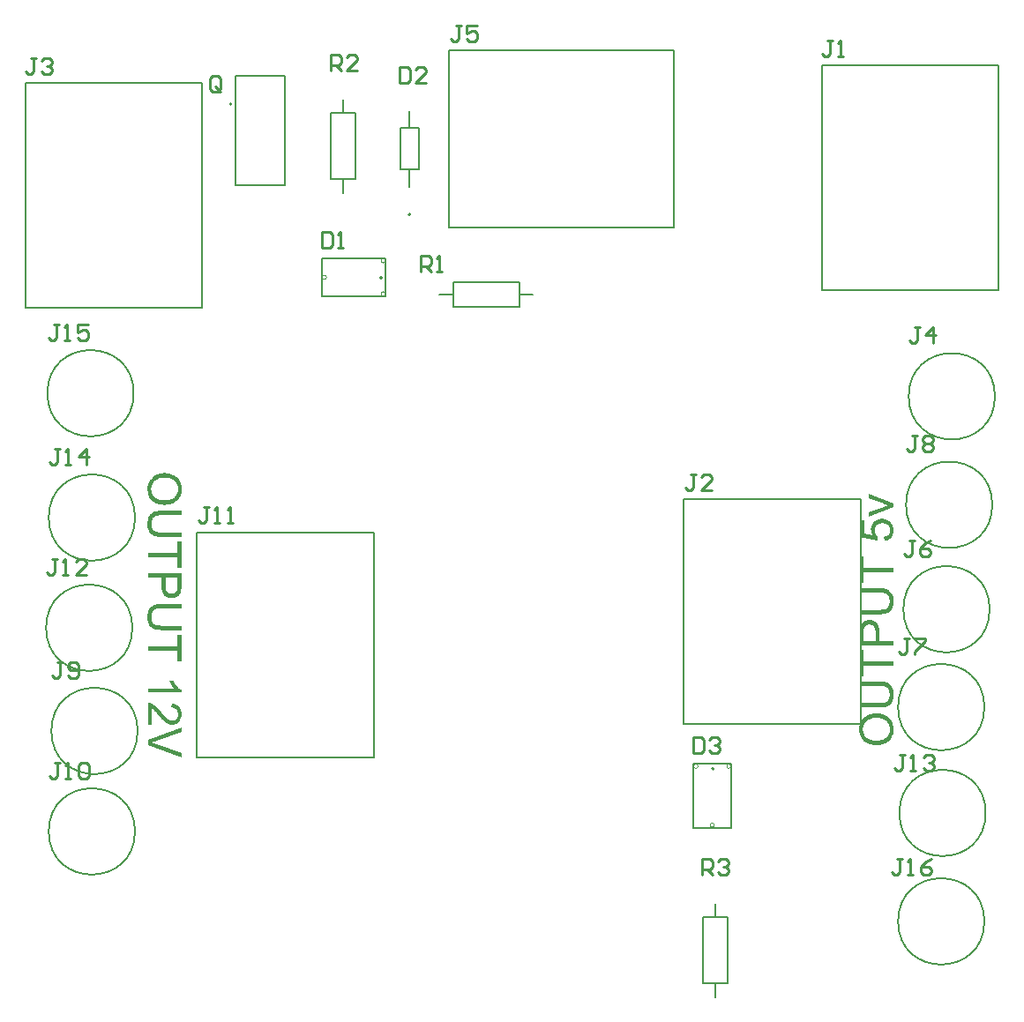
<source format=gto>
G04*
G04 #@! TF.GenerationSoftware,Altium Limited,Altium Designer,24.2.2 (26)*
G04*
G04 Layer_Color=65535*
%FSLAX44Y44*%
%MOMM*%
G71*
G04*
G04 #@! TF.SameCoordinates,7C6F70DD-8240-47E6-B7E4-941F69E807E0*
G04*
G04*
G04 #@! TF.FilePolarity,Positive*
G04*
G01*
G75*
%ADD10C,0.2000*%
%ADD11C,0.1000*%
%ADD12C,0.1270*%
%ADD13C,0.2540*%
G36*
X410592Y843234D02*
X411147D01*
X411795Y843141D01*
X412582Y843049D01*
X413461Y842910D01*
X414387Y842725D01*
X415359Y842540D01*
X416377Y842262D01*
X417395Y841892D01*
X418459Y841475D01*
X419477Y841012D01*
X420495Y840411D01*
X421421Y839763D01*
X422300Y839022D01*
X422347Y838976D01*
X422485Y838837D01*
X422717Y838560D01*
X422994Y838236D01*
X423365Y837819D01*
X423735Y837310D01*
X424151Y836708D01*
X424568Y836014D01*
X424985Y835274D01*
X425401Y834441D01*
X425771Y833515D01*
X426141Y832543D01*
X426419Y831479D01*
X426651Y830368D01*
X426789Y829211D01*
X426836Y827962D01*
Y827545D01*
X426789Y827221D01*
Y826805D01*
X426743Y826388D01*
X426651Y825833D01*
X426558Y825277D01*
X426327Y824074D01*
X425956Y822686D01*
X425401Y821344D01*
X425077Y820650D01*
X424707Y819956D01*
X424660Y819909D01*
X424614Y819817D01*
X424475Y819632D01*
X424337Y819354D01*
X424105Y819076D01*
X423828Y818706D01*
X423180Y817919D01*
X422347Y817086D01*
X421328Y816161D01*
X420125Y815281D01*
X418783Y814541D01*
X418737D01*
X418598Y814448D01*
X418413Y814356D01*
X418135Y814263D01*
X417765Y814078D01*
X417349Y813939D01*
X416839Y813754D01*
X416284Y813569D01*
X415682Y813430D01*
X415034Y813245D01*
X414294Y813060D01*
X413554Y812921D01*
X411934Y812736D01*
X410175Y812643D01*
X410129D01*
X409944D01*
X409712D01*
X409342Y812690D01*
X408926D01*
X408417Y812736D01*
X407861Y812829D01*
X407260Y812875D01*
X405918Y813106D01*
X404437Y813476D01*
X402956Y813986D01*
X402215Y814263D01*
X401475Y814633D01*
X401429D01*
X401290Y814726D01*
X401105Y814818D01*
X400827Y815004D01*
X400503Y815189D01*
X400179Y815420D01*
X399300Y816068D01*
X398374Y816855D01*
X397402Y817780D01*
X396477Y818891D01*
X395644Y820187D01*
Y820233D01*
X395551Y820326D01*
X395459Y820557D01*
X395320Y820835D01*
X395181Y821159D01*
X395042Y821529D01*
X394857Y821992D01*
X394672Y822501D01*
X394487Y823056D01*
X394302Y823658D01*
X394024Y825000D01*
X393793Y826434D01*
X393700Y827962D01*
Y828425D01*
X393746Y828702D01*
Y829119D01*
X393839Y829582D01*
X393885Y830090D01*
X393978Y830692D01*
X394255Y831942D01*
X394626Y833284D01*
X395181Y834672D01*
X395505Y835366D01*
X395875Y836060D01*
X395921Y836107D01*
X395968Y836199D01*
X396106Y836385D01*
X396292Y836662D01*
X396477Y836940D01*
X396754Y837264D01*
X397449Y838051D01*
X398282Y838930D01*
X399300Y839855D01*
X400457Y840688D01*
X401799Y841475D01*
X401845D01*
X401984Y841568D01*
X402169Y841660D01*
X402447Y841753D01*
X402817Y841892D01*
X403233Y842030D01*
X403696Y842216D01*
X404205Y842354D01*
X404807Y842540D01*
X405409Y842725D01*
X406797Y843002D01*
X408232Y843187D01*
X409805Y843280D01*
X409851D01*
X409898D01*
X410175D01*
X410592Y843234D01*
D02*
G37*
G36*
X426280Y802879D02*
X407769D01*
X407723D01*
X407584D01*
X407352D01*
X407075D01*
X406751Y802832D01*
X406334D01*
X405455Y802786D01*
X404437Y802693D01*
X403419Y802555D01*
X402447Y802370D01*
X402030Y802277D01*
X401614Y802138D01*
X401521Y802092D01*
X401290Y801999D01*
X400966Y801768D01*
X400503Y801490D01*
X400040Y801166D01*
X399531Y800704D01*
X399022Y800148D01*
X398606Y799500D01*
X398559Y799408D01*
X398420Y799176D01*
X398282Y798760D01*
X398097Y798204D01*
X397865Y797557D01*
X397726Y796723D01*
X397587Y795844D01*
X397541Y794872D01*
Y794410D01*
X397587Y794132D01*
Y793715D01*
X397634Y793299D01*
X397819Y792281D01*
X398050Y791170D01*
X398420Y790106D01*
X398929Y789088D01*
X399254Y788625D01*
X399624Y788208D01*
X399670Y788162D01*
X399716Y788116D01*
X399855Y788023D01*
X400040Y787884D01*
X400318Y787745D01*
X400596Y787560D01*
X401012Y787375D01*
X401429Y787190D01*
X401938Y787005D01*
X402539Y786866D01*
X403233Y786681D01*
X403974Y786542D01*
X404807Y786403D01*
X405686Y786311D01*
X406704Y786218D01*
X407769D01*
X426280D01*
Y781961D01*
X407769D01*
X407723D01*
X407537D01*
X407306D01*
X406982D01*
X406566Y782007D01*
X406103D01*
X405547Y782053D01*
X404992Y782099D01*
X403742Y782238D01*
X402447Y782423D01*
X401197Y782701D01*
X400596Y782886D01*
X400040Y783071D01*
X399994D01*
X399901Y783118D01*
X399762Y783210D01*
X399577Y783303D01*
X399068Y783580D01*
X398420Y783997D01*
X397680Y784552D01*
X396940Y785200D01*
X396153Y786033D01*
X395459Y787051D01*
Y787097D01*
X395366Y787190D01*
X395320Y787329D01*
X395181Y787560D01*
X395042Y787838D01*
X394903Y788208D01*
X394764Y788578D01*
X394579Y789041D01*
X394394Y789550D01*
X394255Y790106D01*
X394117Y790707D01*
X393978Y791402D01*
X393885Y792096D01*
X393793Y792836D01*
X393700Y794502D01*
Y794919D01*
X393746Y795243D01*
Y795613D01*
X393793Y796076D01*
X393839Y796585D01*
X393885Y797094D01*
X394070Y798251D01*
X394348Y799500D01*
X394718Y800704D01*
X395227Y801861D01*
Y801907D01*
X395320Y801999D01*
X395412Y802138D01*
X395505Y802323D01*
X395875Y802832D01*
X396384Y803434D01*
X397032Y804128D01*
X397772Y804776D01*
X398698Y805424D01*
X399716Y805933D01*
X399762D01*
X399855Y805979D01*
X400040Y806026D01*
X400272Y806118D01*
X400549Y806211D01*
X400919Y806303D01*
X401336Y806442D01*
X401845Y806535D01*
X402400Y806627D01*
X403002Y806766D01*
X403650Y806859D01*
X404344Y806951D01*
X405131Y807044D01*
X405964Y807090D01*
X406843Y807136D01*
X407769D01*
X426280D01*
Y802879D01*
D02*
G37*
G36*
Y751926D02*
X422485D01*
Y762477D01*
X394255D01*
Y766735D01*
X422485D01*
Y777286D01*
X426280D01*
Y751926D01*
D02*
G37*
G36*
Y734386D02*
X426234Y733692D01*
X426188Y732905D01*
X426141Y732072D01*
X426049Y731285D01*
X425956Y730591D01*
Y730499D01*
X425864Y730175D01*
X425771Y729758D01*
X425632Y729203D01*
X425401Y728601D01*
X425123Y727953D01*
X424799Y727259D01*
X424429Y726657D01*
X424383Y726565D01*
X424244Y726380D01*
X423966Y726102D01*
X423642Y725732D01*
X423226Y725315D01*
X422671Y724899D01*
X422069Y724436D01*
X421375Y724066D01*
X421282Y724019D01*
X421051Y723927D01*
X420634Y723742D01*
X420079Y723557D01*
X419431Y723418D01*
X418691Y723233D01*
X417858Y723140D01*
X416978Y723094D01*
X416932D01*
X416793D01*
X416608D01*
X416284Y723140D01*
X415960Y723186D01*
X415544Y723233D01*
X415081Y723325D01*
X414572Y723418D01*
X413507Y723742D01*
X412952Y723927D01*
X412350Y724205D01*
X411749Y724529D01*
X411193Y724853D01*
X410638Y725269D01*
X410083Y725732D01*
X410036Y725778D01*
X409944Y725871D01*
X409805Y726010D01*
X409666Y726241D01*
X409435Y726519D01*
X409203Y726889D01*
X408926Y727352D01*
X408694Y727861D01*
X408417Y728462D01*
X408139Y729156D01*
X407908Y729897D01*
X407723Y730776D01*
X407537Y731702D01*
X407398Y732720D01*
X407306Y733877D01*
X407260Y735080D01*
Y743271D01*
X394255D01*
Y747529D01*
X426280D01*
Y734386D01*
D02*
G37*
G36*
Y713375D02*
X407769D01*
X407723D01*
X407584D01*
X407352D01*
X407075D01*
X406751Y713329D01*
X406334D01*
X405455Y713283D01*
X404437Y713190D01*
X403419Y713052D01*
X402447Y712866D01*
X402030Y712774D01*
X401614Y712635D01*
X401521Y712589D01*
X401290Y712496D01*
X400966Y712265D01*
X400503Y711987D01*
X400040Y711663D01*
X399531Y711200D01*
X399022Y710645D01*
X398606Y709997D01*
X398559Y709904D01*
X398420Y709673D01*
X398282Y709257D01*
X398097Y708701D01*
X397865Y708053D01*
X397726Y707220D01*
X397587Y706341D01*
X397541Y705369D01*
Y704906D01*
X397587Y704629D01*
Y704212D01*
X397634Y703796D01*
X397819Y702778D01*
X398050Y701667D01*
X398420Y700602D01*
X398929Y699584D01*
X399254Y699121D01*
X399624Y698705D01*
X399670Y698659D01*
X399716Y698613D01*
X399855Y698520D01*
X400040Y698381D01*
X400318Y698242D01*
X400596Y698057D01*
X401012Y697872D01*
X401429Y697687D01*
X401938Y697502D01*
X402539Y697363D01*
X403233Y697178D01*
X403974Y697039D01*
X404807Y696900D01*
X405686Y696808D01*
X406704Y696715D01*
X407769D01*
X426280D01*
Y692457D01*
X407769D01*
X407723D01*
X407537D01*
X407306D01*
X406982D01*
X406566Y692504D01*
X406103D01*
X405547Y692550D01*
X404992Y692596D01*
X403742Y692735D01*
X402447Y692920D01*
X401197Y693198D01*
X400596Y693383D01*
X400040Y693568D01*
X399994D01*
X399901Y693614D01*
X399762Y693707D01*
X399577Y693800D01*
X399068Y694077D01*
X398420Y694494D01*
X397680Y695049D01*
X396940Y695697D01*
X396153Y696530D01*
X395459Y697548D01*
Y697594D01*
X395366Y697687D01*
X395320Y697826D01*
X395181Y698057D01*
X395042Y698335D01*
X394903Y698705D01*
X394764Y699075D01*
X394579Y699538D01*
X394394Y700047D01*
X394255Y700602D01*
X394117Y701204D01*
X393978Y701898D01*
X393885Y702592D01*
X393793Y703333D01*
X393700Y704999D01*
Y705415D01*
X393746Y705739D01*
Y706110D01*
X393793Y706572D01*
X393839Y707082D01*
X393885Y707591D01*
X394070Y708747D01*
X394348Y709997D01*
X394718Y711200D01*
X395227Y712357D01*
Y712404D01*
X395320Y712496D01*
X395412Y712635D01*
X395505Y712820D01*
X395875Y713329D01*
X396384Y713931D01*
X397032Y714625D01*
X397772Y715273D01*
X398698Y715921D01*
X399716Y716430D01*
X399762D01*
X399855Y716476D01*
X400040Y716522D01*
X400272Y716615D01*
X400549Y716708D01*
X400919Y716800D01*
X401336Y716939D01*
X401845Y717031D01*
X402400Y717124D01*
X403002Y717263D01*
X403650Y717355D01*
X404344Y717448D01*
X405131Y717541D01*
X405964Y717587D01*
X406843Y717633D01*
X407769D01*
X426280D01*
Y713375D01*
D02*
G37*
G36*
Y662422D02*
X422485D01*
Y672974D01*
X394255D01*
Y677232D01*
X422485D01*
Y687783D01*
X426280D01*
Y662422D01*
D02*
G37*
G36*
X418367Y644142D02*
X418459Y644050D01*
X418505Y643865D01*
X418644Y643633D01*
X418783Y643356D01*
X418968Y643032D01*
X419431Y642245D01*
X419940Y641319D01*
X420588Y640394D01*
X421328Y639422D01*
X422115Y638450D01*
X422161Y638404D01*
X422208Y638358D01*
X422347Y638219D01*
X422485Y638033D01*
X422948Y637617D01*
X423503Y637062D01*
X424151Y636506D01*
X424892Y635905D01*
X425632Y635396D01*
X426419Y634933D01*
Y632388D01*
X394255D01*
Y636321D01*
X419292D01*
X419246Y636367D01*
X419061Y636599D01*
X418783Y636877D01*
X418459Y637339D01*
X418043Y637848D01*
X417580Y638496D01*
X417071Y639237D01*
X416562Y640070D01*
Y640116D01*
X416515Y640162D01*
X416330Y640440D01*
X416099Y640903D01*
X415821Y641458D01*
X415497Y642106D01*
X415173Y642800D01*
X414849Y643494D01*
X414572Y644189D01*
X418367D01*
Y644142D01*
D02*
G37*
G36*
X395135Y622808D02*
X395551Y622761D01*
X396014Y622669D01*
X396477Y622576D01*
X396986Y622391D01*
X397032D01*
X397078Y622345D01*
X397356Y622253D01*
X397772Y622067D01*
X398328Y621790D01*
X398976Y621419D01*
X399716Y620957D01*
X400457Y620448D01*
X401243Y619800D01*
X401290D01*
X401336Y619707D01*
X401614Y619476D01*
X402030Y619059D01*
X402632Y618458D01*
X403326Y617763D01*
X404159Y616884D01*
X405085Y615820D01*
X406056Y614663D01*
X406103Y614616D01*
X406242Y614431D01*
X406473Y614154D01*
X406751Y613830D01*
X407121Y613413D01*
X407537Y612904D01*
X408000Y612395D01*
X408509Y611793D01*
X409620Y610636D01*
X410731Y609479D01*
X411286Y608924D01*
X411841Y608415D01*
X412350Y607952D01*
X412859Y607582D01*
X412906D01*
X412952Y607490D01*
X413091Y607397D01*
X413276Y607304D01*
X413785Y606980D01*
X414387Y606610D01*
X415127Y606286D01*
X415914Y605962D01*
X416793Y605777D01*
X417626Y605685D01*
X417672D01*
X417719D01*
X417996Y605731D01*
X418459Y605777D01*
X418968Y605916D01*
X419616Y606101D01*
X420264Y606425D01*
X420912Y606842D01*
X421560Y607397D01*
X421652Y607490D01*
X421838Y607721D01*
X422069Y608045D01*
X422393Y608554D01*
X422671Y609202D01*
X422948Y609942D01*
X423133Y610822D01*
X423180Y611793D01*
Y612071D01*
X423133Y612256D01*
X423087Y612812D01*
X422948Y613460D01*
X422763Y614154D01*
X422439Y614940D01*
X422023Y615681D01*
X421467Y616375D01*
X421375Y616468D01*
X421143Y616653D01*
X420773Y616930D01*
X420218Y617208D01*
X419570Y617532D01*
X418737Y617810D01*
X417811Y617995D01*
X416747Y618087D01*
X417163Y622114D01*
X417210D01*
X417349Y622067D01*
X417580D01*
X417904Y622021D01*
X418274Y621928D01*
X418691Y621836D01*
X419200Y621697D01*
X419709Y621558D01*
X420819Y621188D01*
X421930Y620633D01*
X422485Y620309D01*
X423041Y619892D01*
X423550Y619476D01*
X424013Y619013D01*
X424059Y618967D01*
X424105Y618874D01*
X424244Y618735D01*
X424383Y618504D01*
X424568Y618226D01*
X424753Y617902D01*
X424985Y617532D01*
X425216Y617069D01*
X425447Y616560D01*
X425679Y616005D01*
X425864Y615403D01*
X426049Y614755D01*
X426188Y614061D01*
X426327Y613321D01*
X426373Y612534D01*
X426419Y611701D01*
Y611238D01*
X426373Y610914D01*
X426327Y610544D01*
X426280Y610081D01*
X426188Y609572D01*
X426095Y609063D01*
X425771Y607860D01*
X425308Y606656D01*
X425031Y606055D01*
X424707Y605453D01*
X424290Y604898D01*
X423828Y604389D01*
X423781Y604343D01*
X423735Y604250D01*
X423550Y604157D01*
X423365Y603972D01*
X423133Y603741D01*
X422809Y603509D01*
X422485Y603278D01*
X422069Y603000D01*
X421190Y602538D01*
X420079Y602075D01*
X419524Y601890D01*
X418876Y601797D01*
X418228Y601705D01*
X417534Y601658D01*
X417441D01*
X417210D01*
X416839Y601705D01*
X416330Y601751D01*
X415775Y601843D01*
X415127Y602029D01*
X414433Y602214D01*
X413739Y602491D01*
X413646Y602538D01*
X413415Y602630D01*
X413045Y602815D01*
X412536Y603093D01*
X411980Y603463D01*
X411286Y603926D01*
X410592Y604481D01*
X409805Y605129D01*
X409712Y605222D01*
X409435Y605453D01*
X409203Y605685D01*
X408972Y605916D01*
X408694Y606194D01*
X408324Y606564D01*
X407954Y606934D01*
X407537Y607397D01*
X407075Y607860D01*
X406566Y608415D01*
X406056Y609017D01*
X405455Y609665D01*
X404853Y610405D01*
X404205Y611146D01*
X404159Y611192D01*
X404067Y611284D01*
X403928Y611469D01*
X403742Y611701D01*
X403465Y611979D01*
X403187Y612303D01*
X402585Y613043D01*
X401891Y613830D01*
X401197Y614570D01*
X400596Y615218D01*
X400364Y615496D01*
X400133Y615727D01*
X400087Y615773D01*
X399948Y615912D01*
X399762Y616097D01*
X399485Y616329D01*
X399161Y616560D01*
X398837Y616838D01*
X398050Y617393D01*
Y601612D01*
X394255D01*
Y622854D01*
X394302D01*
X394487D01*
X394764D01*
X395135Y622808D01*
D02*
G37*
G36*
X426280Y594485D02*
X403002Y586155D01*
X402956D01*
X402863Y586109D01*
X402724Y586062D01*
X402539Y585970D01*
X402262Y585924D01*
X401984Y585831D01*
X401290Y585600D01*
X400503Y585322D01*
X399624Y585044D01*
X397772Y584489D01*
X397819D01*
X397911Y584443D01*
X398050Y584396D01*
X398235Y584350D01*
X398744Y584211D01*
X399439Y583980D01*
X400225Y583749D01*
X401105Y583471D01*
X402030Y583147D01*
X403002Y582777D01*
X426280Y574076D01*
Y569772D01*
X394255Y582268D01*
Y586710D01*
X426280Y599113D01*
Y594485D01*
D02*
G37*
G36*
X1109445Y814134D02*
Y810386D01*
X1086213Y801639D01*
Y805804D01*
X1100143Y810802D01*
X1100189D01*
X1100235Y810849D01*
X1100374Y810895D01*
X1100513Y810941D01*
X1100976Y811080D01*
X1101577Y811265D01*
X1102271Y811497D01*
X1103058Y811774D01*
X1103937Y812006D01*
X1104817Y812283D01*
X1104724Y812330D01*
X1104493Y812376D01*
X1104123Y812515D01*
X1103567Y812654D01*
X1102966Y812885D01*
X1102179Y813116D01*
X1101346Y813440D01*
X1100420Y813764D01*
X1086213Y818901D01*
Y822974D01*
X1109445Y814134D01*
D02*
G37*
G36*
X1099356Y799279D02*
X1099726Y799233D01*
X1100143Y799186D01*
X1100652Y799094D01*
X1101161Y799001D01*
X1102364Y798724D01*
X1103614Y798261D01*
X1104261Y797983D01*
X1104863Y797613D01*
X1105511Y797243D01*
X1106113Y796780D01*
X1106159Y796734D01*
X1106298Y796641D01*
X1106483Y796456D01*
X1106714Y796225D01*
X1106992Y795901D01*
X1107362Y795530D01*
X1107686Y795068D01*
X1108056Y794558D01*
X1108427Y794003D01*
X1108750Y793355D01*
X1109074Y792661D01*
X1109398Y791921D01*
X1109630Y791134D01*
X1109815Y790255D01*
X1109954Y789329D01*
X1110000Y788357D01*
Y787941D01*
X1109954Y787617D01*
X1109907Y787246D01*
X1109861Y786830D01*
X1109815Y786321D01*
X1109676Y785812D01*
X1109398Y784655D01*
X1108982Y783498D01*
X1108704Y782896D01*
X1108380Y782295D01*
X1108010Y781739D01*
X1107594Y781184D01*
X1107547Y781138D01*
X1107501Y781045D01*
X1107316Y780953D01*
X1107131Y780767D01*
X1106899Y780536D01*
X1106622Y780305D01*
X1106251Y780027D01*
X1105835Y779796D01*
X1105418Y779518D01*
X1104909Y779240D01*
X1103799Y778731D01*
X1102503Y778315D01*
X1101809Y778176D01*
X1101068Y778083D01*
X1100744Y782202D01*
X1100790D01*
X1100883D01*
X1101022Y782248D01*
X1101253Y782295D01*
X1101762Y782433D01*
X1102457Y782619D01*
X1103151Y782896D01*
X1103937Y783267D01*
X1104632Y783729D01*
X1105279Y784285D01*
X1105326Y784377D01*
X1105511Y784562D01*
X1105742Y784932D01*
X1106020Y785442D01*
X1106298Y785997D01*
X1106529Y786691D01*
X1106714Y787478D01*
X1106760Y788357D01*
Y788635D01*
X1106714Y788820D01*
X1106668Y789375D01*
X1106483Y790023D01*
X1106251Y790810D01*
X1105881Y791597D01*
X1105326Y792430D01*
X1105002Y792800D01*
X1104632Y793170D01*
X1104585Y793216D01*
X1104539Y793263D01*
X1104400Y793355D01*
X1104261Y793494D01*
X1103752Y793818D01*
X1103104Y794188D01*
X1102318Y794512D01*
X1101346Y794836D01*
X1100189Y795068D01*
X1099587Y795160D01*
X1098939D01*
X1098893D01*
X1098801D01*
X1098615D01*
X1098384Y795114D01*
X1098106D01*
X1097782Y795068D01*
X1097042Y794929D01*
X1096163Y794697D01*
X1095283Y794373D01*
X1094450Y793911D01*
X1093663Y793263D01*
X1093617D01*
X1093571Y793170D01*
X1093340Y792939D01*
X1093016Y792522D01*
X1092645Y791967D01*
X1092321Y791226D01*
X1091998Y790393D01*
X1091766Y789422D01*
X1091674Y788866D01*
Y787987D01*
X1091720Y787617D01*
X1091766Y787154D01*
X1091905Y786599D01*
X1092044Y786043D01*
X1092275Y785442D01*
X1092553Y784840D01*
X1092599Y784794D01*
X1092692Y784609D01*
X1092923Y784331D01*
X1093155Y783961D01*
X1093478Y783590D01*
X1093895Y783220D01*
X1094312Y782804D01*
X1094820Y782480D01*
X1094312Y778777D01*
X1077836Y781878D01*
Y797798D01*
X1081585D01*
Y784979D01*
X1090239Y783267D01*
X1090193Y783313D01*
X1090146Y783405D01*
X1090054Y783544D01*
X1089915Y783775D01*
X1089776Y784053D01*
X1089591Y784377D01*
X1089221Y785118D01*
X1088851Y786043D01*
X1088527Y787061D01*
X1088295Y788172D01*
X1088203Y788727D01*
Y789745D01*
X1088249Y790023D01*
X1088295Y790393D01*
X1088342Y790810D01*
X1088434Y791273D01*
X1088573Y791782D01*
X1088897Y792893D01*
X1089128Y793494D01*
X1089452Y794096D01*
X1089776Y794697D01*
X1090146Y795299D01*
X1090609Y795854D01*
X1091118Y796410D01*
X1091164Y796456D01*
X1091257Y796548D01*
X1091396Y796687D01*
X1091627Y796872D01*
X1091951Y797104D01*
X1092275Y797335D01*
X1092692Y797613D01*
X1093155Y797891D01*
X1093663Y798122D01*
X1094219Y798400D01*
X1094867Y798631D01*
X1095515Y798862D01*
X1096209Y799048D01*
X1096996Y799186D01*
X1097782Y799279D01*
X1098615Y799325D01*
X1098662D01*
X1098801D01*
X1099032D01*
X1099356Y799279D01*
D02*
G37*
G36*
X1081215Y752306D02*
X1109445D01*
Y748048D01*
X1081215D01*
Y737497D01*
X1077420D01*
Y762858D01*
X1081215D01*
Y752306D01*
D02*
G37*
G36*
X1097134Y732776D02*
X1097597D01*
X1098153Y732730D01*
X1098708Y732684D01*
X1099958Y732545D01*
X1101253Y732360D01*
X1102503Y732082D01*
X1103104Y731897D01*
X1103660Y731712D01*
X1103706D01*
X1103799Y731666D01*
X1103937Y731573D01*
X1104123Y731480D01*
X1104632Y731203D01*
X1105279Y730786D01*
X1106020Y730231D01*
X1106760Y729583D01*
X1107547Y728750D01*
X1108241Y727732D01*
Y727686D01*
X1108334Y727593D01*
X1108380Y727454D01*
X1108519Y727223D01*
X1108658Y726945D01*
X1108797Y726575D01*
X1108936Y726205D01*
X1109121Y725742D01*
X1109306Y725233D01*
X1109445Y724678D01*
X1109584Y724076D01*
X1109722Y723382D01*
X1109815Y722688D01*
X1109907Y721947D01*
X1110000Y720281D01*
Y719865D01*
X1109954Y719541D01*
Y719170D01*
X1109907Y718708D01*
X1109861Y718198D01*
X1109815Y717689D01*
X1109630Y716533D01*
X1109352Y715283D01*
X1108982Y714080D01*
X1108473Y712923D01*
Y712876D01*
X1108380Y712784D01*
X1108288Y712645D01*
X1108195Y712460D01*
X1107825Y711951D01*
X1107316Y711349D01*
X1106668Y710655D01*
X1105927Y710007D01*
X1105002Y709359D01*
X1103984Y708850D01*
X1103937D01*
X1103845Y708804D01*
X1103660Y708758D01*
X1103428Y708665D01*
X1103151Y708572D01*
X1102781Y708480D01*
X1102364Y708341D01*
X1101855Y708249D01*
X1101300Y708156D01*
X1100698Y708017D01*
X1100050Y707925D01*
X1099356Y707832D01*
X1098569Y707739D01*
X1097736Y707693D01*
X1096857Y707647D01*
X1095931D01*
X1077420D01*
Y711905D01*
X1095931D01*
X1095977D01*
X1096116D01*
X1096348D01*
X1096625D01*
X1096949Y711951D01*
X1097366D01*
X1098245Y711997D01*
X1099263Y712090D01*
X1100281Y712228D01*
X1101253Y712414D01*
X1101670Y712506D01*
X1102086Y712645D01*
X1102179Y712691D01*
X1102410Y712784D01*
X1102734Y713015D01*
X1103197Y713293D01*
X1103660Y713617D01*
X1104169Y714080D01*
X1104678Y714635D01*
X1105094Y715283D01*
X1105141Y715376D01*
X1105279Y715607D01*
X1105418Y716023D01*
X1105603Y716579D01*
X1105835Y717227D01*
X1105974Y718060D01*
X1106113Y718939D01*
X1106159Y719911D01*
Y720374D01*
X1106113Y720651D01*
Y721068D01*
X1106066Y721484D01*
X1105881Y722502D01*
X1105650Y723613D01*
X1105279Y724678D01*
X1104771Y725696D01*
X1104446Y726158D01*
X1104076Y726575D01*
X1104030Y726621D01*
X1103984Y726667D01*
X1103845Y726760D01*
X1103660Y726899D01*
X1103382Y727038D01*
X1103104Y727223D01*
X1102688Y727408D01*
X1102271Y727593D01*
X1101762Y727778D01*
X1101161Y727917D01*
X1100467Y728102D01*
X1099726Y728241D01*
X1098893Y728380D01*
X1098014Y728472D01*
X1096996Y728565D01*
X1095931D01*
X1077420D01*
Y732823D01*
X1095931D01*
X1095977D01*
X1096163D01*
X1096394D01*
X1096718D01*
X1097134Y732776D01*
D02*
G37*
G36*
X1087416Y702140D02*
X1087740Y702094D01*
X1088156Y702047D01*
X1088619Y701955D01*
X1089128Y701862D01*
X1090193Y701538D01*
X1090748Y701353D01*
X1091350Y701075D01*
X1091951Y700751D01*
X1092507Y700427D01*
X1093062Y700011D01*
X1093617Y699548D01*
X1093663Y699502D01*
X1093756Y699409D01*
X1093895Y699270D01*
X1094034Y699039D01*
X1094265Y698761D01*
X1094497Y698391D01*
X1094774Y697928D01*
X1095006Y697419D01*
X1095283Y696818D01*
X1095561Y696124D01*
X1095792Y695383D01*
X1095977Y694504D01*
X1096163Y693578D01*
X1096301Y692560D01*
X1096394Y691403D01*
X1096440Y690200D01*
Y682009D01*
X1109445D01*
Y677751D01*
X1077420D01*
Y690894D01*
X1077466Y691588D01*
X1077512Y692375D01*
X1077559Y693208D01*
X1077651Y693995D01*
X1077744Y694689D01*
Y694781D01*
X1077836Y695105D01*
X1077929Y695522D01*
X1078068Y696077D01*
X1078299Y696679D01*
X1078577Y697327D01*
X1078901Y698021D01*
X1079271Y698623D01*
X1079317Y698715D01*
X1079456Y698900D01*
X1079734Y699178D01*
X1080058Y699548D01*
X1080474Y699965D01*
X1081029Y700381D01*
X1081631Y700844D01*
X1082325Y701214D01*
X1082418Y701260D01*
X1082649Y701353D01*
X1083066Y701538D01*
X1083621Y701723D01*
X1084269Y701862D01*
X1085009Y702047D01*
X1085842Y702140D01*
X1086722Y702186D01*
X1086768D01*
X1086907D01*
X1087092D01*
X1087416Y702140D01*
D02*
G37*
G36*
X1081215Y662803D02*
X1109445D01*
Y658545D01*
X1081215D01*
Y647993D01*
X1077420D01*
Y673354D01*
X1081215D01*
Y662803D01*
D02*
G37*
G36*
X1097134Y643273D02*
X1097597D01*
X1098153Y643227D01*
X1098708Y643181D01*
X1099958Y643042D01*
X1101253Y642857D01*
X1102503Y642579D01*
X1103104Y642394D01*
X1103660Y642209D01*
X1103706D01*
X1103799Y642162D01*
X1103937Y642070D01*
X1104123Y641977D01*
X1104632Y641700D01*
X1105279Y641283D01*
X1106020Y640728D01*
X1106760Y640080D01*
X1107547Y639247D01*
X1108241Y638229D01*
Y638182D01*
X1108334Y638090D01*
X1108380Y637951D01*
X1108519Y637720D01*
X1108658Y637442D01*
X1108797Y637072D01*
X1108936Y636702D01*
X1109121Y636239D01*
X1109306Y635730D01*
X1109445Y635174D01*
X1109584Y634573D01*
X1109722Y633879D01*
X1109815Y633184D01*
X1109907Y632444D01*
X1110000Y630778D01*
Y630361D01*
X1109954Y630037D01*
Y629667D01*
X1109907Y629204D01*
X1109861Y628695D01*
X1109815Y628186D01*
X1109630Y627029D01*
X1109352Y625780D01*
X1108982Y624576D01*
X1108473Y623419D01*
Y623373D01*
X1108380Y623281D01*
X1108288Y623142D01*
X1108195Y622957D01*
X1107825Y622448D01*
X1107316Y621846D01*
X1106668Y621152D01*
X1105927Y620504D01*
X1105002Y619856D01*
X1103984Y619347D01*
X1103937D01*
X1103845Y619301D01*
X1103660Y619254D01*
X1103428Y619162D01*
X1103151Y619069D01*
X1102781Y618977D01*
X1102364Y618838D01*
X1101855Y618745D01*
X1101300Y618653D01*
X1100698Y618514D01*
X1100050Y618421D01*
X1099356Y618329D01*
X1098569Y618236D01*
X1097736Y618190D01*
X1096857Y618144D01*
X1095931D01*
X1077420D01*
Y622401D01*
X1095931D01*
X1095977D01*
X1096116D01*
X1096348D01*
X1096625D01*
X1096949Y622448D01*
X1097366D01*
X1098245Y622494D01*
X1099263Y622587D01*
X1100281Y622725D01*
X1101253Y622910D01*
X1101670Y623003D01*
X1102086Y623142D01*
X1102179Y623188D01*
X1102410Y623281D01*
X1102734Y623512D01*
X1103197Y623790D01*
X1103660Y624114D01*
X1104169Y624576D01*
X1104678Y625132D01*
X1105094Y625780D01*
X1105141Y625872D01*
X1105279Y626104D01*
X1105418Y626520D01*
X1105603Y627076D01*
X1105835Y627723D01*
X1105974Y628557D01*
X1106113Y629436D01*
X1106159Y630408D01*
Y630870D01*
X1106113Y631148D01*
Y631565D01*
X1106066Y631981D01*
X1105881Y632999D01*
X1105650Y634110D01*
X1105279Y635174D01*
X1104771Y636193D01*
X1104446Y636655D01*
X1104076Y637072D01*
X1104030Y637118D01*
X1103984Y637164D01*
X1103845Y637257D01*
X1103660Y637396D01*
X1103382Y637534D01*
X1103104Y637720D01*
X1102688Y637905D01*
X1102271Y638090D01*
X1101762Y638275D01*
X1101161Y638414D01*
X1100467Y638599D01*
X1099726Y638738D01*
X1098893Y638877D01*
X1098014Y638969D01*
X1096996Y639062D01*
X1095931D01*
X1077420D01*
Y643319D01*
X1095931D01*
X1095977D01*
X1096163D01*
X1096394D01*
X1096718D01*
X1097134Y643273D01*
D02*
G37*
G36*
X1094358Y612590D02*
X1094774D01*
X1095283Y612544D01*
X1095839Y612451D01*
X1096440Y612405D01*
X1097782Y612174D01*
X1099263Y611804D01*
X1100744Y611295D01*
X1101485Y611017D01*
X1102225Y610647D01*
X1102271D01*
X1102410Y610554D01*
X1102595Y610461D01*
X1102873Y610276D01*
X1103197Y610091D01*
X1103521Y609860D01*
X1104400Y609212D01*
X1105326Y608425D01*
X1106298Y607500D01*
X1107223Y606389D01*
X1108056Y605093D01*
Y605047D01*
X1108149Y604954D01*
X1108241Y604723D01*
X1108380Y604445D01*
X1108519Y604121D01*
X1108658Y603751D01*
X1108843Y603288D01*
X1109028Y602779D01*
X1109213Y602224D01*
X1109398Y601622D01*
X1109676Y600280D01*
X1109907Y598845D01*
X1110000Y597318D01*
Y596856D01*
X1109954Y596578D01*
Y596161D01*
X1109861Y595699D01*
X1109815Y595189D01*
X1109722Y594588D01*
X1109445Y593338D01*
X1109074Y591996D01*
X1108519Y590608D01*
X1108195Y589914D01*
X1107825Y589220D01*
X1107779Y589173D01*
X1107732Y589081D01*
X1107594Y588895D01*
X1107408Y588618D01*
X1107223Y588340D01*
X1106946Y588016D01*
X1106251Y587229D01*
X1105418Y586350D01*
X1104400Y585425D01*
X1103243Y584592D01*
X1101901Y583805D01*
X1101855D01*
X1101716Y583712D01*
X1101531Y583620D01*
X1101253Y583527D01*
X1100883Y583388D01*
X1100467Y583250D01*
X1100004Y583064D01*
X1099495Y582926D01*
X1098893Y582740D01*
X1098291Y582555D01*
X1096903Y582278D01*
X1095468Y582093D01*
X1093895Y582000D01*
X1093849D01*
X1093802D01*
X1093525D01*
X1093108Y582046D01*
X1092553D01*
X1091905Y582139D01*
X1091118Y582231D01*
X1090239Y582370D01*
X1089313Y582555D01*
X1088342Y582740D01*
X1087323Y583018D01*
X1086305Y583388D01*
X1085241Y583805D01*
X1084223Y584268D01*
X1083204Y584869D01*
X1082279Y585517D01*
X1081400Y586258D01*
X1081353Y586304D01*
X1081215Y586443D01*
X1080983Y586720D01*
X1080705Y587044D01*
X1080335Y587461D01*
X1079965Y587970D01*
X1079548Y588572D01*
X1079132Y589266D01*
X1078716Y590006D01*
X1078299Y590839D01*
X1077929Y591765D01*
X1077559Y592737D01*
X1077281Y593801D01*
X1077049Y594912D01*
X1076911Y596069D01*
X1076864Y597318D01*
Y597735D01*
X1076911Y598059D01*
Y598475D01*
X1076957Y598892D01*
X1077049Y599447D01*
X1077142Y600002D01*
X1077373Y601206D01*
X1077744Y602594D01*
X1078299Y603936D01*
X1078623Y604630D01*
X1078993Y605325D01*
X1079039Y605371D01*
X1079086Y605463D01*
X1079225Y605648D01*
X1079363Y605926D01*
X1079595Y606204D01*
X1079873Y606574D01*
X1080520Y607361D01*
X1081353Y608194D01*
X1082372Y609119D01*
X1083575Y609999D01*
X1084917Y610739D01*
X1084963D01*
X1085102Y610832D01*
X1085287Y610924D01*
X1085565Y611017D01*
X1085935Y611202D01*
X1086351Y611341D01*
X1086861Y611526D01*
X1087416Y611711D01*
X1088018Y611850D01*
X1088665Y612035D01*
X1089406Y612220D01*
X1090146Y612359D01*
X1091766Y612544D01*
X1093525Y612636D01*
X1093571D01*
X1093756D01*
X1093988D01*
X1094358Y612590D01*
D02*
G37*
%LPC*%
G36*
X409759Y838930D02*
X409712D01*
X409527D01*
X409203D01*
X408787Y838884D01*
X408324Y838837D01*
X407769Y838745D01*
X407121Y838652D01*
X406473Y838560D01*
X404992Y838189D01*
X404252Y837912D01*
X403465Y837634D01*
X402724Y837264D01*
X401984Y836847D01*
X401290Y836385D01*
X400642Y835829D01*
X400596Y835783D01*
X400503Y835690D01*
X400318Y835505D01*
X400133Y835274D01*
X399855Y834950D01*
X399577Y834580D01*
X399300Y834163D01*
X398976Y833700D01*
X398652Y833145D01*
X398374Y832543D01*
X398097Y831895D01*
X397819Y831201D01*
X397634Y830461D01*
X397449Y829720D01*
X397356Y828887D01*
X397310Y828008D01*
Y827777D01*
X397356Y827545D01*
Y827221D01*
X397402Y826805D01*
X397495Y826342D01*
X397587Y825787D01*
X397726Y825231D01*
X397911Y824583D01*
X398143Y823982D01*
X398374Y823288D01*
X398698Y822640D01*
X399115Y821992D01*
X399531Y821344D01*
X400040Y820696D01*
X400642Y820094D01*
X400688Y820048D01*
X400781Y819956D01*
X401012Y819817D01*
X401290Y819585D01*
X401614Y819354D01*
X402030Y819122D01*
X402539Y818845D01*
X403095Y818521D01*
X403742Y818243D01*
X404483Y817965D01*
X405270Y817734D01*
X406103Y817456D01*
X407028Y817271D01*
X408046Y817132D01*
X409111Y817040D01*
X410221Y816994D01*
X410268D01*
X410407D01*
X410592D01*
X410869D01*
X411193Y817040D01*
X411610D01*
X412026Y817086D01*
X412536Y817179D01*
X413600Y817318D01*
X414711Y817549D01*
X415914Y817873D01*
X417024Y818336D01*
X417071D01*
X417163Y818382D01*
X417302Y818475D01*
X417487Y818567D01*
X418043Y818891D01*
X418691Y819308D01*
X419431Y819863D01*
X420172Y820557D01*
X420912Y821344D01*
X421560Y822223D01*
Y822269D01*
X421652Y822316D01*
X421699Y822455D01*
X421838Y822686D01*
X421930Y822917D01*
X422069Y823195D01*
X422393Y823889D01*
X422671Y824722D01*
X422948Y825694D01*
X423133Y826805D01*
X423180Y827962D01*
Y828378D01*
X423133Y828702D01*
X423087Y829119D01*
X422994Y829535D01*
X422902Y830044D01*
X422809Y830600D01*
X422439Y831803D01*
X422161Y832451D01*
X421884Y833099D01*
X421514Y833793D01*
X421097Y834441D01*
X420634Y835089D01*
X420079Y835690D01*
X420033Y835737D01*
X419940Y835829D01*
X419755Y835968D01*
X419477Y836199D01*
X419153Y836431D01*
X418737Y836708D01*
X418228Y836986D01*
X417626Y837310D01*
X416978Y837588D01*
X416191Y837912D01*
X415359Y838189D01*
X414433Y838421D01*
X413415Y838652D01*
X412258Y838791D01*
X411054Y838884D01*
X409759Y838930D01*
D02*
G37*
G36*
X422485Y743271D02*
X411054D01*
Y734664D01*
X411101Y734340D01*
Y734016D01*
X411147Y733645D01*
X411240Y732766D01*
X411425Y731794D01*
X411702Y730823D01*
X412073Y729943D01*
X412304Y729527D01*
X412582Y729203D01*
X412674Y729110D01*
X412859Y728925D01*
X413230Y728647D01*
X413692Y728324D01*
X414294Y727999D01*
X415034Y727722D01*
X415868Y727537D01*
X416839Y727444D01*
X416886D01*
X416932D01*
X417163D01*
X417580Y727490D01*
X418043Y727583D01*
X418552Y727676D01*
X419153Y727861D01*
X419709Y728138D01*
X420264Y728462D01*
X420310Y728509D01*
X420495Y728647D01*
X420727Y728879D01*
X421051Y729156D01*
X421375Y729573D01*
X421652Y730036D01*
X421930Y730545D01*
X422161Y731146D01*
Y731193D01*
X422208Y731378D01*
X422254Y731656D01*
X422347Y732026D01*
X422393Y732581D01*
X422439Y733275D01*
X422485Y734108D01*
Y743271D01*
D02*
G37*
G36*
X1086861Y697836D02*
X1086814D01*
X1086768D01*
X1086537D01*
X1086120Y697790D01*
X1085657Y697697D01*
X1085148Y697604D01*
X1084547Y697419D01*
X1083991Y697142D01*
X1083436Y696818D01*
X1083390Y696771D01*
X1083204Y696633D01*
X1082973Y696401D01*
X1082649Y696124D01*
X1082325Y695707D01*
X1082048Y695244D01*
X1081770Y694735D01*
X1081538Y694134D01*
Y694087D01*
X1081492Y693902D01*
X1081446Y693624D01*
X1081353Y693254D01*
X1081307Y692699D01*
X1081261Y692005D01*
X1081215Y691172D01*
Y682009D01*
X1092645D01*
Y690616D01*
X1092599Y690940D01*
Y691264D01*
X1092553Y691635D01*
X1092460Y692514D01*
X1092275Y693486D01*
X1091998Y694457D01*
X1091627Y695337D01*
X1091396Y695753D01*
X1091118Y696077D01*
X1091026Y696170D01*
X1090841Y696355D01*
X1090470Y696633D01*
X1090007Y696956D01*
X1089406Y697281D01*
X1088665Y697558D01*
X1087832Y697743D01*
X1086861Y697836D01*
D02*
G37*
G36*
X1093478Y608286D02*
X1093432D01*
X1093293D01*
X1093108D01*
X1092831D01*
X1092507Y608240D01*
X1092090D01*
X1091674Y608194D01*
X1091164Y608101D01*
X1090100Y607962D01*
X1088989Y607731D01*
X1087786Y607407D01*
X1086675Y606944D01*
X1086629D01*
X1086537Y606898D01*
X1086398Y606805D01*
X1086213Y606713D01*
X1085657Y606389D01*
X1085009Y605972D01*
X1084269Y605417D01*
X1083529Y604723D01*
X1082788Y603936D01*
X1082140Y603057D01*
Y603011D01*
X1082048Y602964D01*
X1082001Y602825D01*
X1081862Y602594D01*
X1081770Y602363D01*
X1081631Y602085D01*
X1081307Y601391D01*
X1081029Y600558D01*
X1080752Y599586D01*
X1080567Y598475D01*
X1080520Y597318D01*
Y596902D01*
X1080567Y596578D01*
X1080613Y596161D01*
X1080705Y595745D01*
X1080798Y595236D01*
X1080891Y594680D01*
X1081261Y593477D01*
X1081538Y592829D01*
X1081816Y592181D01*
X1082186Y591487D01*
X1082603Y590839D01*
X1083066Y590191D01*
X1083621Y589590D01*
X1083667Y589543D01*
X1083760Y589451D01*
X1083945Y589312D01*
X1084223Y589081D01*
X1084547Y588849D01*
X1084963Y588572D01*
X1085472Y588294D01*
X1086074Y587970D01*
X1086722Y587692D01*
X1087508Y587368D01*
X1088342Y587091D01*
X1089267Y586859D01*
X1090285Y586628D01*
X1091442Y586489D01*
X1092645Y586396D01*
X1093941Y586350D01*
X1093988D01*
X1094173D01*
X1094497D01*
X1094913Y586396D01*
X1095376Y586443D01*
X1095931Y586535D01*
X1096579Y586628D01*
X1097227Y586720D01*
X1098708Y587091D01*
X1099448Y587368D01*
X1100235Y587646D01*
X1100976Y588016D01*
X1101716Y588433D01*
X1102410Y588895D01*
X1103058Y589451D01*
X1103104Y589497D01*
X1103197Y589590D01*
X1103382Y589775D01*
X1103567Y590006D01*
X1103845Y590330D01*
X1104123Y590700D01*
X1104400Y591117D01*
X1104724Y591580D01*
X1105048Y592135D01*
X1105326Y592737D01*
X1105603Y593385D01*
X1105881Y594079D01*
X1106066Y594819D01*
X1106251Y595560D01*
X1106344Y596393D01*
X1106390Y597272D01*
Y597503D01*
X1106344Y597735D01*
Y598059D01*
X1106298Y598475D01*
X1106205Y598938D01*
X1106113Y599493D01*
X1105974Y600049D01*
X1105789Y600697D01*
X1105557Y601298D01*
X1105326Y601992D01*
X1105002Y602640D01*
X1104585Y603288D01*
X1104169Y603936D01*
X1103660Y604584D01*
X1103058Y605186D01*
X1103012Y605232D01*
X1102919Y605325D01*
X1102688Y605463D01*
X1102410Y605695D01*
X1102086Y605926D01*
X1101670Y606157D01*
X1101161Y606435D01*
X1100605Y606759D01*
X1099958Y607037D01*
X1099217Y607314D01*
X1098430Y607546D01*
X1097597Y607823D01*
X1096672Y608009D01*
X1095654Y608148D01*
X1094589Y608240D01*
X1093478Y608286D01*
D02*
G37*
%LPD*%
D10*
X1197101Y412750D02*
G03*
X1197101Y412750I-41400J0D01*
G01*
X1198371Y516890D02*
G03*
X1198371Y516890I-41400J0D01*
G01*
X1197101Y618490D02*
G03*
X1197101Y618490I-41400J0D01*
G01*
X618820Y1030740D02*
G03*
X618820Y1030740I-1000J0D01*
G01*
X474760Y1197610D02*
G03*
X474760Y1197610I-1000J0D01*
G01*
X646160Y1091490D02*
G03*
X646160Y1091490I-1000J0D01*
G01*
X1207261Y916940D02*
G03*
X1207261Y916940I-41400J0D01*
G01*
X1202180Y712470D02*
G03*
X1202180Y712470I-41400J0D01*
G01*
X1204721Y812800D02*
G03*
X1204721Y812800I-41400J0D01*
G01*
X381760Y499110D02*
G03*
X381760Y499110I-41400J0D01*
G01*
X384300Y595630D02*
G03*
X384300Y595630I-41400J0D01*
G01*
X379221Y694690D02*
G03*
X379221Y694690I-41400J0D01*
G01*
X380490Y919880D02*
G03*
X380490Y919880I-41400J0D01*
G01*
X381760Y800500D02*
G03*
X381760Y800500I-41400J0D01*
G01*
X937490Y559400D02*
G03*
X937490Y559400I-1000J0D01*
G01*
X908740Y601930D02*
X1078490D01*
Y818180D01*
X908740D02*
X1078490D01*
X908740Y601930D02*
Y818180D01*
X1041140Y1235000D02*
X1210890D01*
X1041140Y1018750D02*
Y1235000D01*
Y1018750D02*
X1210890D01*
Y1235000D01*
X276600Y1217980D02*
X446350D01*
X276600Y1001730D02*
Y1217980D01*
Y1001730D02*
X446350D01*
Y1217980D01*
X683210Y1079240D02*
Y1248990D01*
Y1079240D02*
X899460D01*
Y1248990D01*
X683210D02*
X899460D01*
X441380Y570180D02*
X611130D01*
Y786430D01*
X441380D02*
X611130D01*
X441380Y570180D02*
Y786430D01*
D11*
X622070Y1046990D02*
G03*
X622070Y1046990I-2000J0D01*
G01*
Y1015490D02*
G03*
X622070Y1015490I-2000J0D01*
G01*
X565570Y1031240D02*
G03*
X565570Y1031240I-2000J0D01*
G01*
X922240Y561650D02*
G03*
X922240Y561650I-2000J0D01*
G01*
X953740D02*
G03*
X953740Y561650I-2000J0D01*
G01*
X937990Y505150D02*
G03*
X937990Y505150I-2000J0D01*
G01*
D12*
X561070Y1012990D02*
Y1049490D01*
Y1012990D02*
X622570D01*
Y1049490D01*
X561070D02*
X622570D01*
X687070Y1002780D02*
X750570D01*
X687070Y1026680D02*
X750570D01*
X687070Y1002780D02*
Y1026680D01*
X750570Y1002780D02*
Y1026680D01*
Y1014730D02*
X763470D01*
X674170D02*
X687070D01*
X525660Y1119510D02*
Y1224910D01*
X478660Y1119510D02*
X525660D01*
X478660D02*
Y1224910D01*
X525660D01*
X645160Y1117770D02*
Y1134480D01*
Y1174380D02*
Y1191090D01*
X636210Y1134480D02*
X645160D01*
X654110D01*
Y1174380D01*
X645160D02*
X654110D01*
X636210D02*
X645160D01*
X636210Y1134480D02*
Y1174380D01*
X569710Y1125220D02*
Y1188720D01*
X593610Y1125220D02*
Y1188720D01*
X569710D02*
X593610D01*
X569710Y1125220D02*
X593610D01*
X581660Y1112320D02*
Y1125220D01*
Y1188720D02*
Y1201620D01*
X917740Y502650D02*
X954240D01*
Y564150D01*
X917740D02*
X954240D01*
X917740Y502650D02*
Y564150D01*
X950480Y353060D02*
Y416560D01*
X926580Y353060D02*
Y416560D01*
Y353060D02*
X950480D01*
X926580Y416560D02*
X950480D01*
X938530D02*
Y429460D01*
Y340160D02*
Y353060D01*
D13*
X1118113Y472617D02*
X1113035D01*
X1115574D01*
Y459922D01*
X1113035Y457383D01*
X1110495D01*
X1107956Y459922D01*
X1123191Y457383D02*
X1128270D01*
X1125730D01*
Y472617D01*
X1123191Y470078D01*
X1146044Y472617D02*
X1140965Y470078D01*
X1135887Y465000D01*
Y459922D01*
X1138426Y457383D01*
X1143505D01*
X1146044Y459922D01*
Y462461D01*
X1143505Y465000D01*
X1135887D01*
X1121113Y572617D02*
X1116034D01*
X1118574D01*
Y559922D01*
X1116034Y557383D01*
X1113495D01*
X1110956Y559922D01*
X1126191Y557383D02*
X1131270D01*
X1128730D01*
Y572617D01*
X1126191Y570078D01*
X1138887D02*
X1141426Y572617D01*
X1146505D01*
X1149044Y570078D01*
Y567539D01*
X1146505Y565000D01*
X1143966D01*
X1146505D01*
X1149044Y562461D01*
Y559922D01*
X1146505Y557383D01*
X1141426D01*
X1138887Y559922D01*
X1125217Y684525D02*
X1120138D01*
X1122678D01*
Y671829D01*
X1120138Y669290D01*
X1117599D01*
X1115060Y671829D01*
X1130295Y684525D02*
X1140452D01*
Y681986D01*
X1130295Y671829D01*
Y669290D01*
X926338Y457454D02*
Y472689D01*
X933956D01*
X936495Y470150D01*
Y465071D01*
X933956Y462532D01*
X926338D01*
X931416D02*
X936495Y457454D01*
X941573Y470150D02*
X944112Y472689D01*
X949191D01*
X951730Y470150D01*
Y467611D01*
X949191Y465071D01*
X946651D01*
X949191D01*
X951730Y462532D01*
Y459993D01*
X949191Y457454D01*
X944112D01*
X941573Y459993D01*
X569468Y1229614D02*
Y1244849D01*
X577085D01*
X579625Y1242310D01*
Y1237232D01*
X577085Y1234692D01*
X569468D01*
X574546D02*
X579625Y1229614D01*
X594860D02*
X584703D01*
X594860Y1239771D01*
Y1242310D01*
X592321Y1244849D01*
X587242D01*
X584703Y1242310D01*
X656336Y1037082D02*
Y1052317D01*
X663953D01*
X666493Y1049778D01*
Y1044699D01*
X663953Y1042160D01*
X656336D01*
X661414D02*
X666493Y1037082D01*
X671571D02*
X676649D01*
X674110D01*
Y1052317D01*
X671571Y1049778D01*
X464055Y1212341D02*
Y1222498D01*
X461516Y1225037D01*
X456437D01*
X453898Y1222498D01*
Y1212341D01*
X456437Y1209802D01*
X461516D01*
X458976Y1214880D02*
X464055Y1209802D01*
X461516D02*
X464055Y1212341D01*
X308607Y986023D02*
X303528D01*
X306068D01*
Y973327D01*
X303528Y970788D01*
X300989D01*
X298450Y973327D01*
X313685Y970788D02*
X318763D01*
X316224D01*
Y986023D01*
X313685Y983484D01*
X336538Y986023D02*
X326381D01*
Y978406D01*
X331459Y980945D01*
X333998D01*
X336538Y978406D01*
Y973327D01*
X333998Y970788D01*
X328920D01*
X326381Y973327D01*
X309877Y866643D02*
X304798D01*
X307337D01*
Y853947D01*
X304798Y851408D01*
X302259D01*
X299720Y853947D01*
X314955Y851408D02*
X320033D01*
X317494D01*
Y866643D01*
X314955Y864104D01*
X335269Y851408D02*
Y866643D01*
X327651Y859025D01*
X337808D01*
X307337Y760725D02*
X302258D01*
X304797D01*
Y748029D01*
X302258Y745490D01*
X299719D01*
X297180Y748029D01*
X312415Y745490D02*
X317493D01*
X314954D01*
Y760725D01*
X312415Y758186D01*
X335268Y745490D02*
X325111D01*
X335268Y755647D01*
Y758186D01*
X332729Y760725D01*
X327650D01*
X325111Y758186D01*
X453133Y810255D02*
X448054D01*
X450593D01*
Y797559D01*
X448054Y795020D01*
X445515D01*
X442976Y797559D01*
X458211Y795020D02*
X463289D01*
X460750D01*
Y810255D01*
X458211Y807716D01*
X470907Y795020D02*
X475985D01*
X473446D01*
Y810255D01*
X470907Y807716D01*
X309877Y565145D02*
X304798D01*
X307337D01*
Y552449D01*
X304798Y549910D01*
X302259D01*
X299720Y552449D01*
X314955Y549910D02*
X320033D01*
X317494D01*
Y565145D01*
X314955Y562606D01*
X327651D02*
X330190Y565145D01*
X335269D01*
X337808Y562606D01*
Y552449D01*
X335269Y549910D01*
X330190D01*
X327651Y552449D01*
Y562606D01*
X312417Y661665D02*
X307338D01*
X309877D01*
Y648969D01*
X307338Y646430D01*
X304799D01*
X302260Y648969D01*
X317495D02*
X320034Y646430D01*
X325113D01*
X327652Y648969D01*
Y659126D01*
X325113Y661665D01*
X320034D01*
X317495Y659126D01*
Y656587D01*
X320034Y654047D01*
X327652D01*
X1132837Y878835D02*
X1127758D01*
X1130297D01*
Y866139D01*
X1127758Y863600D01*
X1125219D01*
X1122680Y866139D01*
X1137915Y876296D02*
X1140454Y878835D01*
X1145533D01*
X1148072Y876296D01*
Y873757D01*
X1145533Y871217D01*
X1148072Y868678D01*
Y866139D01*
X1145533Y863600D01*
X1140454D01*
X1137915Y866139D01*
Y868678D01*
X1140454Y871217D01*
X1137915Y873757D01*
Y876296D01*
X1140454Y871217D02*
X1145533D01*
X1130297Y778505D02*
X1125218D01*
X1127757D01*
Y765809D01*
X1125218Y763270D01*
X1122679D01*
X1120140Y765809D01*
X1145532Y778505D02*
X1140453Y775966D01*
X1135375Y770888D01*
Y765809D01*
X1137914Y763270D01*
X1142993D01*
X1145532Y765809D01*
Y768348D01*
X1142993Y770888D01*
X1135375D01*
X694941Y1272789D02*
X689862D01*
X692402D01*
Y1260093D01*
X689862Y1257554D01*
X687323D01*
X684784Y1260093D01*
X710176Y1272789D02*
X700019D01*
Y1265172D01*
X705097Y1267711D01*
X707637D01*
X710176Y1265172D01*
Y1260093D01*
X707637Y1257554D01*
X702558D01*
X700019Y1260093D01*
X1135377Y982975D02*
X1130298D01*
X1132838D01*
Y970279D01*
X1130298Y967740D01*
X1127759D01*
X1125220Y970279D01*
X1148073Y967740D02*
Y982975D01*
X1140455Y975358D01*
X1150612D01*
X287271Y1241801D02*
X282192D01*
X284732D01*
Y1229105D01*
X282192Y1226566D01*
X279653D01*
X277114Y1229105D01*
X292349Y1239262D02*
X294888Y1241801D01*
X299967D01*
X302506Y1239262D01*
Y1236723D01*
X299967Y1234184D01*
X297427D01*
X299967D01*
X302506Y1231644D01*
Y1229105D01*
X299967Y1226566D01*
X294888D01*
X292349Y1229105D01*
X920493Y842005D02*
X915414D01*
X917953D01*
Y829309D01*
X915414Y826770D01*
X912875D01*
X910336Y829309D01*
X935728Y826770D02*
X925571D01*
X935728Y836927D01*
Y839466D01*
X933189Y842005D01*
X928110D01*
X925571Y839466D01*
X1051811Y1258819D02*
X1046732D01*
X1049271D01*
Y1246123D01*
X1046732Y1243584D01*
X1044193D01*
X1041654Y1246123D01*
X1056889Y1243584D02*
X1061967D01*
X1059428D01*
Y1258819D01*
X1056889Y1256280D01*
X917448Y589783D02*
Y574548D01*
X925066D01*
X927605Y577087D01*
Y587244D01*
X925066Y589783D01*
X917448D01*
X932683Y587244D02*
X935222Y589783D01*
X940301D01*
X942840Y587244D01*
Y584705D01*
X940301Y582165D01*
X937761D01*
X940301D01*
X942840Y579626D01*
Y577087D01*
X940301Y574548D01*
X935222D01*
X932683Y577087D01*
X636016Y1233165D02*
Y1217930D01*
X643633D01*
X646173Y1220469D01*
Y1230626D01*
X643633Y1233165D01*
X636016D01*
X661408Y1217930D02*
X651251D01*
X661408Y1228087D01*
Y1230626D01*
X658869Y1233165D01*
X653790D01*
X651251Y1230626D01*
X560832Y1075177D02*
Y1059942D01*
X568450D01*
X570989Y1062481D01*
Y1072638D01*
X568450Y1075177D01*
X560832D01*
X576067Y1059942D02*
X581145D01*
X578606D01*
Y1075177D01*
X576067Y1072638D01*
M02*

</source>
